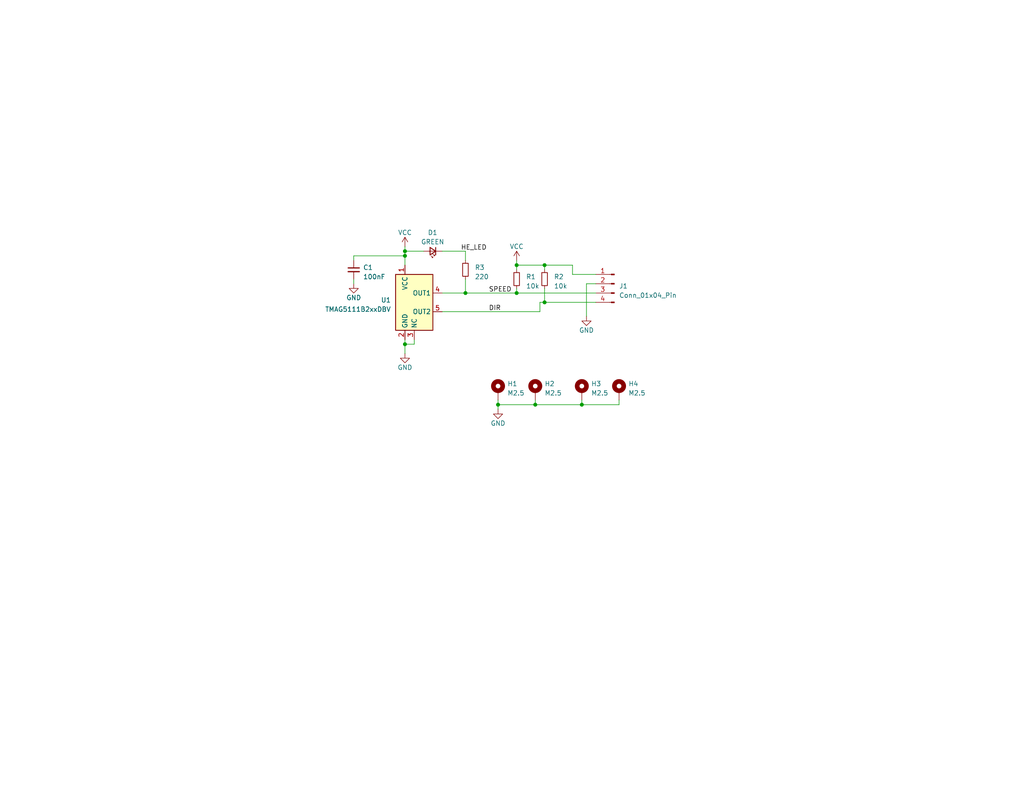
<source format=kicad_sch>
(kicad_sch (version 20230121) (generator eeschema)
  (paper "USLetter")
  (title_block (title "Wheel Speed Board") (date "2023-10-21") (rev "v1") (company "Sun Devil Motorsports"))
  (lib_symbols
    (symbol "Connector:Conn_01x04_Pin" (pin_names (offset 1.016) hide)
      (property "Reference" "J" (at 0 5.08 0))
      (property "Value" "Conn_01x04_Pin" (at 0 -7.62 0))
      (symbol "Conn_01x04_Pin_1_1"
        (polyline (pts (xy 1.27 -5.08) (xy 0.8636 -5.08)) (stroke (width 0.1524)))
        (polyline (pts (xy 1.27 -2.54) (xy 0.8636 -2.54)) (stroke (width 0.1524)))
        (polyline (pts (xy 1.27 0) (xy 0.8636 0)) (stroke (width 0.1524)))
        (polyline (pts (xy 1.27 2.54) (xy 0.8636 2.54)) (stroke (width 0.1524)))
        (rectangle (start 0.8636 -4.953) (end 0 -5.207) (stroke (width 0.1524)) (fill (type outline)))
        (rectangle (start 0.8636 -2.413) (end 0 -2.667) (stroke (width 0.1524)) (fill (type outline)))
        (rectangle (start 0.8636 0.127) (end 0 -0.127) (stroke (width 0.1524)) (fill (type outline)))
        (rectangle (start 0.8636 2.667) (end 0 2.413) (stroke (width 0.1524)) (fill (type outline)))
        (pin passive line (at 5.08 2.54 180) (length 3.81) (name "Pin_1") (number "1"))
        (pin passive line (at 5.08 0 180) (length 3.81) (name "Pin_2") (number "2"))
        (pin passive line (at 5.08 -2.54 180) (length 3.81) (name "Pin_3") (number "3"))
        (pin passive line (at 5.08 -5.08 180) (length 3.81) (name "Pin_4") (number "4"))
      )
    )
    (symbol "Device:C_Small" (pin_numbers hide) (pin_names (offset 0.254) hide)
      (property "Reference" "C" (at 0.254 1.778 0))
      (property "Value" "C_Small" (at 0.254 -2.032 0))
      (symbol "C_Small_0_1"
        (polyline (pts (xy -1.524 -0.508) (xy 1.524 -0.508)) (stroke (width 0.3302)))
        (polyline (pts (xy -1.524 0.508) (xy 1.524 0.508)) (stroke (width 0.3048)))
      )
      (symbol "C_Small_1_1"
        (pin passive line (at 0 2.54 270) (length 2.032) (name "~") (number "1"))
        (pin passive line (at 0 -2.54 90) (length 2.032) (name "~") (number "2"))
      )
    )
    (symbol "Device:LED_Small" (pin_numbers hide) (pin_names (offset 0.254) hide)
      (property "Reference" "D" (at -1.27 3.175 0))
      (property "Value" "LED_Small" (at -4.445 -2.54 0))
      (symbol "LED_Small_0_1"
        (polyline (pts (xy -0.762 -1.016) (xy -0.762 1.016)) (stroke (width 0.254)))
        (polyline (pts (xy 1.016 0) (xy -0.762 0)))
        (polyline (pts (xy 0.762 -1.016) (xy -0.762 0) (xy 0.762 1.016) (xy 0.762 -1.016)) (stroke (width 0.254)))
        (polyline (pts (xy 0 0.762) (xy -0.508 1.27) (xy -0.254 1.27) (xy -0.508 1.27) (xy -0.508 1.016)))
        (polyline (pts (xy 0.508 1.27) (xy 0 1.778) (xy 0.254 1.778) (xy 0 1.778) (xy 0 1.524)))
      )
      (symbol "LED_Small_1_1"
        (pin passive line (at -2.54 0 0) (length 1.778) (name "K") (number "1"))
        (pin passive line (at 2.54 0 180) (length 1.778) (name "A") (number "2"))
      )
    )
    (symbol "Device:R_Small" (pin_numbers hide) (pin_names (offset 0.254) hide)
      (property "Reference" "R" (at 0.762 0.508 0))
      (property "Value" "R_Small" (at 0.762 -1.016 0))
      (symbol "R_Small_0_1"
        (rectangle (start -0.762 1.778) (end 0.762 -1.778) (stroke (width 0.2032)))
      )
      (symbol "R_Small_1_1"
        (pin passive line (at 0 2.54 270) (length 0.762) (name "~") (number "1"))
        (pin passive line (at 0 -2.54 90) (length 0.762) (name "~") (number "2"))
      )
    )
    (symbol "Mechanical:MountingHole_Pad" (pin_numbers hide) (pin_names (offset 1.016) hide)
      (property "Reference" "H" (at 0 6.35 0))
      (property "Value" "MountingHole_Pad" (at 0 4.445 0))
      (symbol "MountingHole_Pad_0_1"
        (circle (center 0 1.27) (radius 1.27) (stroke (width 1.27)))
      )
      (symbol "MountingHole_Pad_1_1"
        (pin input line (at 0 -2.54 90) (length 2.54) (name "1") (number "1"))
      )
    )
    (symbol "Sensor_Magnetic:TMAG5111B2xxDBV"
      (property "Reference" "U" (at 0 10.668 0))
      (property "Value" "TMAG5111B2xxDBV" (at 0 8.89 0))
      (symbol "TMAG5111B2xxDBV_0_0"
        (pin passive line (at 0 -10.16 90) (length 2.54) (name "NC") (number "3"))
        (pin open_collector line (at 7.62 -2.54 180) (length 2.54) (name "OUT2") (number "5"))
      )
      (symbol "TMAG5111B2xxDBV_0_1"
        (rectangle (start -5.08 7.62) (end 5.08 -7.62) (stroke (width 0.254)) (fill (type background)))
      )
      (symbol "TMAG5111B2xxDBV_1_1"
        (pin power_in line (at -2.54 10.16 270) (length 2.54) (name "VCC") (number "1"))
        (pin power_in line (at -2.54 -10.16 90) (length 2.54) (name "GND") (number "2"))
        (pin open_collector line (at 7.62 2.54 180) (length 2.54) (name "OUT1") (number "4"))
      )
    )
    (symbol "power:GND" (power) (pin_names (offset 0))
      (property "Value" "GND" (at 0 -3.81 0))
      (symbol "GND_0_1"
        (polyline (pts (xy 0 0) (xy 0 -1.27) (xy 1.27 -1.27) (xy 0 -2.54) (xy -1.27 -1.27) (xy 0 -1.27)))
      )
      (symbol "GND_1_1"
        (pin power_in line (at 0 0 270) (length 0) hide (name "GND") (number "1"))
      )
    )
    (symbol "power:VCC" (power) (pin_names (offset 0))
      (property "Value" "VCC" (at 0 3.81 0))
      (symbol "VCC_0_1"
        (polyline (pts (xy -0.762 1.27) (xy 0 2.54)))
        (polyline (pts (xy 0 0) (xy 0 2.54)))
        (polyline (pts (xy 0 2.54) (xy 0.762 1.27)))
      )
      (symbol "VCC_1_1"
        (pin power_in line (at 0 0 90) (length 0) hide (name "VCC") (number "1"))
      )
    )
  )
  (junction (at 127 80.01))
  (junction (at 110.49 69.85))
  (junction (at 146.05 110.49))
  (junction (at 135.89 110.49))
  (junction (at 158.75 110.49))
  (junction (at 140.97 80.01))
  (junction (at 148.59 72.39))
  (junction (at 140.97 72.39))
  (junction (at 148.59 82.55))
  (junction (at 110.49 68.58))
  (junction (at 110.49 93.98))
  (wire (pts (xy 96.52 71.12) (xy 96.52 69.85)))
  (wire (pts (xy 156.21 72.39) (xy 156.21 74.93)))
  (wire (pts (xy 120.65 85.09) (xy 147.32 85.09)))
  (wire (pts (xy 96.52 76.2) (xy 96.52 77.47)))
  (wire (pts (xy 96.52 69.85) (xy 110.49 69.85)))
  (wire (pts (xy 146.05 109.22) (xy 146.05 110.49)))
  (wire (pts (xy 158.75 109.22) (xy 158.75 110.49)))
  (wire (pts (xy 160.02 86.36) (xy 160.02 77.47)))
  (wire (pts (xy 147.32 85.09) (xy 147.32 82.55)))
  (wire (pts (xy 110.49 92.71) (xy 110.49 93.98)))
  (wire (pts (xy 156.21 74.93) (xy 162.56 74.93)))
  (wire (pts (xy 110.49 68.58) (xy 115.57 68.58)))
  (wire (pts (xy 168.91 110.49) (xy 158.75 110.49)))
  (wire (pts (xy 127 76.2) (xy 127 80.01)))
  (wire (pts (xy 110.49 68.58) (xy 110.49 69.85)))
  (wire (pts (xy 140.97 78.74) (xy 140.97 80.01)))
  (wire (pts (xy 148.59 82.55) (xy 162.56 82.55)))
  (wire (pts (xy 147.32 82.55) (xy 148.59 82.55)))
  (wire (pts (xy 127 68.58) (xy 127 71.12)))
  (wire (pts (xy 140.97 80.01) (xy 162.56 80.01)))
  (wire (pts (xy 113.03 92.71) (xy 113.03 93.98)))
  (wire (pts (xy 135.89 109.22) (xy 135.89 110.49)))
  (wire (pts (xy 120.65 80.01) (xy 127 80.01)))
  (wire (pts (xy 135.89 110.49) (xy 135.89 111.76)))
  (wire (pts (xy 110.49 93.98) (xy 110.49 96.52)))
  (wire (pts (xy 140.97 72.39) (xy 148.59 72.39)))
  (wire (pts (xy 127 80.01) (xy 140.97 80.01)))
  (wire (pts (xy 146.05 110.49) (xy 135.89 110.49)))
  (wire (pts (xy 120.65 68.58) (xy 127 68.58)))
  (wire (pts (xy 110.49 69.85) (xy 110.49 72.39)))
  (wire (pts (xy 140.97 71.12) (xy 140.97 72.39)))
  (wire (pts (xy 148.59 72.39) (xy 148.59 73.66)))
  (wire (pts (xy 113.03 93.98) (xy 110.49 93.98)))
  (wire (pts (xy 140.97 72.39) (xy 140.97 73.66)))
  (wire (pts (xy 148.59 78.74) (xy 148.59 82.55)))
  (wire (pts (xy 168.91 109.22) (xy 168.91 110.49)))
  (wire (pts (xy 148.59 72.39) (xy 156.21 72.39)))
  (wire (pts (xy 158.75 110.49) (xy 146.05 110.49)))
  (wire (pts (xy 110.49 67.31) (xy 110.49 68.58)))
  (wire (pts (xy 160.02 77.47) (xy 162.56 77.47)))
  (label "SPEED" (at 133.35 80.01 0))
  (label "DIR" (at 133.35 85.09 0))
  (label "HE_LED" (at 125.73 68.58 0))
  (symbol (lib_id "Mechanical:MountingHole_Pad") (at 146.05 106.68 0) (unit 1)
    (property "Reference" "H2" (at 148.59 104.775 0) (effects (justify left)))
    (property "Value" "M2.5" (at 148.59 107.315 0) (effects (justify left)))
    (property "Footprint" "MountingHole:MountingHole_2.7mm_M2.5_ISO7380_Pad" (effects hide))
  )
  (symbol (lib_id "Connector:Conn_01x04_Pin") (at 167.64 77.47 0) (mirror y) (unit 1)
    (property "Reference" "J1" (at 168.91 78.105 0) (effects (justify right)))
    (property "Value" "Conn_01x04_Pin" (at 168.91 80.645 0) (effects (justify right)))
    (property "Footprint" "Connector_JST:JST_XH_B4B-XH-AM_1x04_P2.50mm_Vertical" (effects hide))
  )
  (symbol (lib_id "Device:R_Small") (at 148.59 76.2 0) (unit 1)
    (property "Reference" "R2" (at 151.13 75.565 0) (effects (justify left)))
    (property "Value" "10k" (at 151.13 78.105 0) (effects (justify left)))
    (property "Footprint" "Resistor_SMD:R_0805_2012Metric" (effects hide))
  )
  (symbol (lib_id "Mechanical:MountingHole_Pad") (at 168.91 106.68 0) (unit 1)
    (property "Reference" "H4" (at 171.45 104.775 0) (effects (justify left)))
    (property "Value" "M2.5" (at 171.45 107.315 0) (effects (justify left)))
    (property "Footprint" "MountingHole:MountingHole_2.7mm_M2.5_ISO7380_Pad" (effects hide))
  )
  (symbol (lib_id "power:VCC") (at 140.97 71.12 0) (unit 1)
    (property "Reference" "#PWR04" (effects hide))
    (property "Value" "VCC" (at 140.97 67.31 0))
  )
  (symbol (lib_id "Device:C_Small") (at 96.52 73.66 0) (unit 1)
    (property "Reference" "C1" (at 99.06 73.0313 0) (effects (justify left)))
    (property "Value" "100nF" (at 99.06 75.5713 0) (effects (justify left)))
    (property "Footprint" "Capacitor_SMD:C_0603_1608Metric" (effects hide))
  )
  (symbol (lib_id "Device:R_Small") (at 140.97 76.2 0) (unit 1)
    (property "Reference" "R1" (at 143.51 75.565 0) (effects (justify left)))
    (property "Value" "10k" (at 143.51 78.105 0) (effects (justify left)))
    (property "Footprint" "Resistor_SMD:R_0805_2012Metric" (effects hide))
  )
  (symbol (lib_id "power:VCC") (at 110.49 67.31 0) (unit 1)
    (property "Reference" "#PWR01" (effects hide))
    (property "Value" "VCC" (at 110.49 63.5 0))
  )
  (symbol (lib_id "Device:R_Small") (at 127 73.66 0) (unit 1)
    (property "Reference" "R3" (at 129.54 73.025 0) (effects (justify left)))
    (property "Value" "220" (at 129.54 75.565 0) (effects (justify left)))
    (property "Footprint" "Resistor_SMD:R_0805_2012Metric" (effects hide))
  )
  (symbol (lib_id "power:GND") (at 96.52 77.47 0) (unit 1)
    (property "Reference" "#PWR06" (effects hide))
    (property "Value" "GND" (at 96.52 81.28 0))
  )
  (symbol (lib_id "Device:LED_Small") (at 118.11 68.58 180) (unit 1)
    (property "Reference" "D1" (at 118.0465 63.5 0))
    (property "Value" "GREEN" (at 118.0465 66.04 0))
    (property "Footprint" "LED_SMD:LED_1206_3216Metric" (effects hide))
  )
  (symbol (lib_id "power:GND") (at 160.02 86.36 0) (unit 1)
    (property "Reference" "#PWR03" (effects hide))
    (property "Value" "GND" (at 160.02 90.17 0))
  )
  (symbol (lib_id "power:GND") (at 135.89 111.76 0) (unit 1)
    (property "Reference" "#PWR05" (effects hide))
    (property "Value" "GND" (at 135.89 115.57 0))
  )
  (symbol (lib_id "power:GND") (at 110.49 96.52 0) (unit 1)
    (property "Reference" "#PWR02" (effects hide))
    (property "Value" "GND" (at 110.49 100.33 0))
  )
  (symbol (lib_id "Mechanical:MountingHole_Pad") (at 135.89 106.68 0) (unit 1)
    (property "Reference" "H1" (at 138.43 104.775 0) (effects (justify left)))
    (property "Value" "M2.5" (at 138.43 107.315 0) (effects (justify left)))
    (property "Footprint" "MountingHole:MountingHole_2.7mm_M2.5_ISO7380_Pad" (effects hide))
  )
  (symbol (lib_id "Sensor_Magnetic:TMAG5111B2xxDBV") (at 113.03 82.55 0) (unit 1)
    (property "Reference" "U1" (at 106.68 81.915 0) (effects (justify right)))
    (property "Value" "TMAG5111B2xxDBV" (at 106.68 84.455 0) (effects (justify right)))
    (property "Footprint" "Package_TO_SOT_SMD:SOT-23-5" (effects hide))
    (property "Datasheet" "https://www.ti.com/lit/ds/symlink/tmag5111.pdf" (effects hide))
  )
  (symbol (lib_id "Mechanical:MountingHole_Pad") (at 158.75 106.68 0) (unit 1)
    (property "Reference" "H3" (at 161.29 104.775 0) (effects (justify left)))
    (property "Value" "M2.5" (at 161.29 107.315 0) (effects (justify left)))
    (property "Footprint" "MountingHole:MountingHole_2.7mm_M2.5_ISO7380_Pad" (effects hide))
  )
)
</source>
